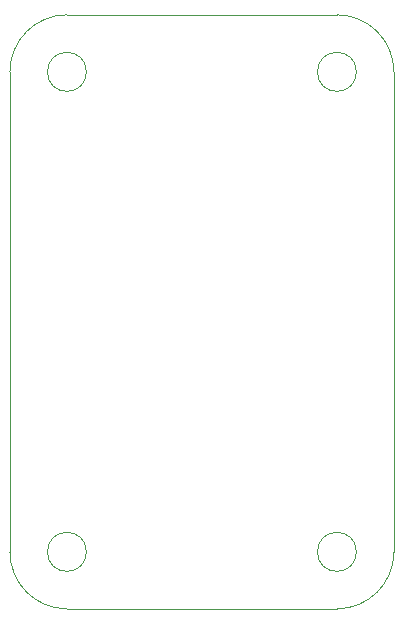
<source format=gm1>
%TF.GenerationSoftware,KiCad,Pcbnew,9.0.2*%
%TF.CreationDate,2025-11-18T17:19:00+08:00*%
%TF.ProjectId,swerve-hub,73776572-7665-42d6-9875-622e6b696361,rev?*%
%TF.SameCoordinates,Original*%
%TF.FileFunction,Profile,NP*%
%FSLAX46Y46*%
G04 Gerber Fmt 4.6, Leading zero omitted, Abs format (unit mm)*
G04 Created by KiCad (PCBNEW 9.0.2) date 2025-11-18 17:19:00*
%MOMM*%
%LPD*%
G01*
G04 APERTURE LIST*
%TA.AperFunction,Profile*%
%ADD10C,0.050000*%
%TD*%
G04 APERTURE END LIST*
D10*
X114212000Y-64251500D02*
X114212000Y-104891500D01*
X81700000Y-64251500D02*
X81700000Y-104891500D01*
X111036000Y-104891500D02*
G75*
G02*
X107736000Y-104891500I-1650000J0D01*
G01*
X107736000Y-104891500D02*
G75*
G02*
X111036000Y-104891500I1650000J0D01*
G01*
X111036000Y-64251500D02*
G75*
G02*
X107736000Y-64251500I-1650000J0D01*
G01*
X107736000Y-64251500D02*
G75*
G02*
X111036000Y-64251500I1650000J0D01*
G01*
X81700000Y-64251500D02*
G75*
G02*
X86526000Y-59425500I4826000J0D01*
G01*
X86526000Y-59425500D02*
X109386000Y-59425500D01*
X114212000Y-104891500D02*
G75*
G02*
X109386000Y-109717500I-4826000J0D01*
G01*
X88176000Y-64251500D02*
G75*
G02*
X84876000Y-64251500I-1650000J0D01*
G01*
X84876000Y-64251500D02*
G75*
G02*
X88176000Y-64251500I1650000J0D01*
G01*
X109386000Y-59425500D02*
G75*
G02*
X114212000Y-64251500I0J-4826000D01*
G01*
X88176000Y-104891500D02*
G75*
G02*
X84876000Y-104891500I-1650000J0D01*
G01*
X84876000Y-104891500D02*
G75*
G02*
X88176000Y-104891500I1650000J0D01*
G01*
X86526000Y-109717500D02*
G75*
G02*
X81700000Y-104891500I0J4826000D01*
G01*
X109386000Y-109717500D02*
X86526000Y-109717500D01*
M02*

</source>
